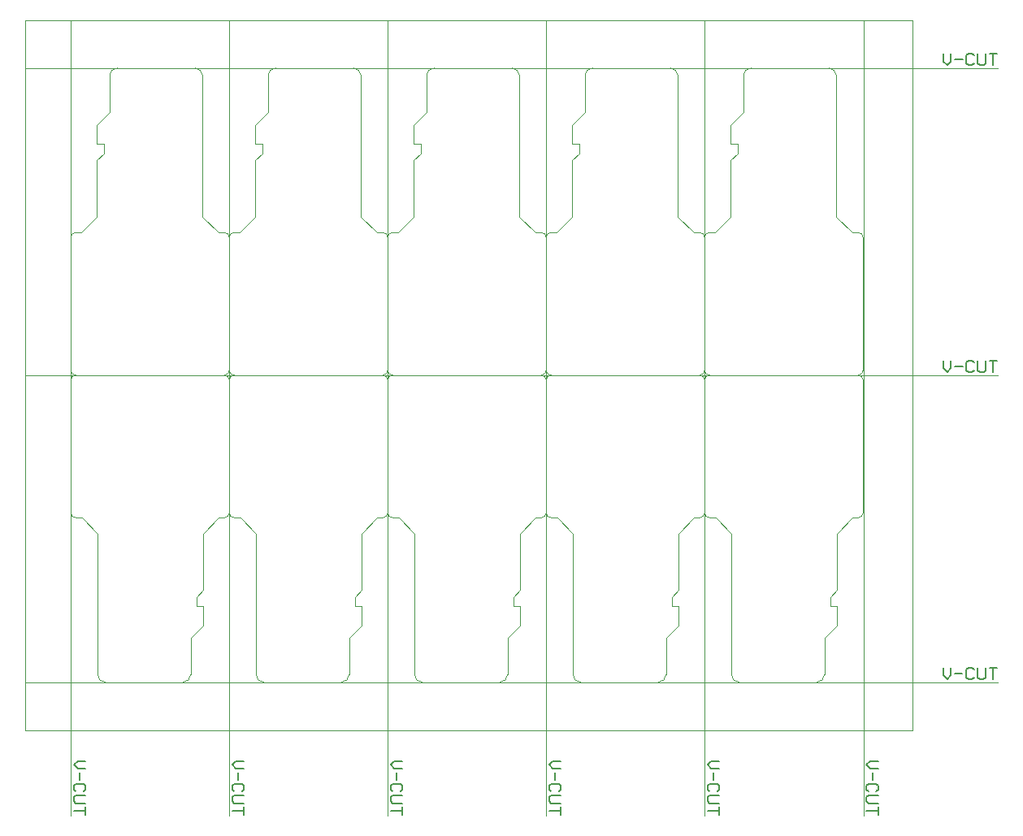
<source format=gko>
G04 Layer_Color=16711935*
%FSLAX44Y44*%
%MOMM*%
G71*
G01*
G75*
%ADD23C,0.2000*%
%ADD24C,0.1000*%
D23*
X63048Y-32000D02*
X55051D01*
X51052Y-35999D01*
X55051Y-39997D01*
X63048D01*
X57050Y-43996D02*
Y-51993D01*
X61049Y-63990D02*
X63048Y-61990D01*
Y-57992D01*
X61049Y-55992D01*
X53052D01*
X51052Y-57992D01*
Y-61990D01*
X53052Y-63990D01*
X63048Y-67988D02*
X53052D01*
X51052Y-69988D01*
Y-73986D01*
X53052Y-75986D01*
X63048D01*
Y-79984D02*
Y-87982D01*
Y-83983D01*
X51052D01*
X228048Y-32000D02*
X220051D01*
X216052Y-35999D01*
X220051Y-39997D01*
X228048D01*
X222050Y-43996D02*
Y-51993D01*
X226049Y-63990D02*
X228048Y-61990D01*
Y-57992D01*
X226049Y-55992D01*
X218051D01*
X216052Y-57992D01*
Y-61990D01*
X218051Y-63990D01*
X228048Y-67988D02*
X218051D01*
X216052Y-69988D01*
Y-73986D01*
X218051Y-75986D01*
X228048D01*
Y-79984D02*
Y-87982D01*
Y-83983D01*
X216052D01*
X393148Y-32000D02*
X385151D01*
X381152Y-35999D01*
X385151Y-39997D01*
X393148D01*
X387150Y-43996D02*
Y-51993D01*
X391149Y-63990D02*
X393148Y-61990D01*
Y-57992D01*
X391149Y-55992D01*
X383152D01*
X381152Y-57992D01*
Y-61990D01*
X383152Y-63990D01*
X393148Y-67988D02*
X383152D01*
X381152Y-69988D01*
Y-73986D01*
X383152Y-75986D01*
X393148D01*
Y-79984D02*
Y-87982D01*
Y-83983D01*
X381152D01*
X558248Y-32000D02*
X550251D01*
X546252Y-35999D01*
X550251Y-39997D01*
X558248D01*
X552250Y-43996D02*
Y-51993D01*
X556249Y-63990D02*
X558248Y-61990D01*
Y-57992D01*
X556249Y-55992D01*
X548251D01*
X546252Y-57992D01*
Y-61990D01*
X548251Y-63990D01*
X558248Y-67988D02*
X548251D01*
X546252Y-69988D01*
Y-73986D01*
X548251Y-75986D01*
X558248D01*
Y-79984D02*
Y-87982D01*
Y-83983D01*
X546252D01*
X723348Y-32000D02*
X715351D01*
X711352Y-35999D01*
X715351Y-39997D01*
X723348D01*
X717350Y-43996D02*
Y-51993D01*
X721349Y-63990D02*
X723348Y-61990D01*
Y-57992D01*
X721349Y-55992D01*
X713352D01*
X711352Y-57992D01*
Y-61990D01*
X713352Y-63990D01*
X723348Y-67988D02*
X713352D01*
X711352Y-69988D01*
Y-73986D01*
X713352Y-75986D01*
X723348D01*
Y-79984D02*
Y-87982D01*
Y-83983D01*
X711352D01*
X889048Y-32000D02*
X881051D01*
X877052Y-35999D01*
X881051Y-39997D01*
X889048D01*
X883050Y-43996D02*
Y-51993D01*
X887049Y-63990D02*
X889048Y-61990D01*
Y-57992D01*
X887049Y-55992D01*
X879052D01*
X877052Y-57992D01*
Y-61990D01*
X879052Y-63990D01*
X889048Y-67988D02*
X879052D01*
X877052Y-69988D01*
Y-73986D01*
X879052Y-75986D01*
X889048D01*
Y-79984D02*
Y-87982D01*
Y-83983D01*
X877052D01*
X957052Y385036D02*
Y377039D01*
X961051Y373040D01*
X965050Y377039D01*
Y385036D01*
X969048Y379038D02*
X977046D01*
X989042Y383037D02*
X987042Y385036D01*
X983044D01*
X981044Y383037D01*
Y375039D01*
X983044Y373040D01*
X987042D01*
X989042Y375039D01*
X993040Y385036D02*
Y375039D01*
X995040Y373040D01*
X999038D01*
X1001038Y375039D01*
Y385036D01*
X1005037D02*
X1013034D01*
X1009035D01*
Y373040D01*
X957052Y705036D02*
Y697039D01*
X961051Y693040D01*
X965050Y697039D01*
Y705036D01*
X969048Y699038D02*
X977046D01*
X989042Y703037D02*
X987042Y705036D01*
X983044D01*
X981044Y703037D01*
Y695039D01*
X983044Y693040D01*
X987042D01*
X989042Y695039D01*
X993040Y705036D02*
Y695039D01*
X995040Y693040D01*
X999038D01*
X1001038Y695039D01*
Y705036D01*
X1005037D02*
X1013034D01*
X1009035D01*
Y693040D01*
X957000Y64996D02*
Y56999D01*
X960999Y53000D01*
X964997Y56999D01*
Y64996D01*
X968996Y58998D02*
X976994D01*
X988990Y62997D02*
X986990Y64996D01*
X982992D01*
X980992Y62997D01*
Y54999D01*
X982992Y53000D01*
X986990D01*
X988990Y54999D01*
X992988Y64996D02*
Y54999D01*
X994988Y53000D01*
X998986D01*
X1000986Y54999D01*
Y64996D01*
X1004985D02*
X1012982D01*
X1008983D01*
Y53000D01*
D24*
X0Y740000D02*
X925052D01*
X48052Y-89000D02*
Y0D01*
X213052Y-89000D02*
Y0D01*
X378152Y-89000D02*
Y0D01*
X543252Y-89000D02*
Y0D01*
X708352Y-89000D02*
Y0D01*
X874052Y-89000D02*
Y0D01*
X0D02*
X925000D01*
X708352D02*
Y740000D01*
X543252Y0D02*
Y740000D01*
X378152Y0D02*
Y740000D01*
X213052Y0D02*
Y740000D01*
X925052Y370040D02*
X1014052D01*
X52Y370040D02*
X925052D01*
Y690040D02*
X1014052D01*
X925000Y50000D02*
X1014000D01*
X48052Y0D02*
Y740000D01*
X874052Y0D02*
Y740000D01*
X52Y690040D02*
X925052D01*
X0Y50000D02*
X925000D01*
X925052Y0D02*
Y740000D01*
X0Y0D02*
Y740000D01*
X47972Y375120D02*
G03*
X53052Y370040I5080J0D01*
G01*
X207992D02*
G03*
X213072Y375120I0J5080D01*
G01*
X96232Y690080D02*
G03*
X88232Y682080I0J-8000D01*
G01*
X185232D02*
G03*
X177232Y690080I-8000J0D01*
G01*
X53052Y518630D02*
G03*
X47972Y513550I0J-5080D01*
G01*
X213072D02*
G03*
X207992Y518630I-5080J0D01*
G01*
X53052Y370040D02*
X207992D01*
X47972Y375120D02*
Y390360D01*
X82232Y601080D02*
Y611080D01*
X185232Y535080D02*
Y682080D01*
X75232Y535080D02*
Y594080D01*
X96232Y690080D02*
X177232D01*
X88232Y643842D02*
Y682080D01*
X75232Y630842D02*
X88232Y643842D01*
X75232Y611080D02*
Y630842D01*
Y594080D02*
X82232Y601080D01*
X75232Y611080D02*
X82232D01*
X213072Y375120D02*
Y513550D01*
X201682Y518630D02*
X207992D01*
X47972Y390360D02*
Y513550D01*
X53052Y518630D02*
X58782D01*
X185232Y535080D02*
X201682Y518630D01*
X58782D02*
X75232Y535080D01*
X213072Y375120D02*
G03*
X218152Y370040I5080J0D01*
G01*
X373092D02*
G03*
X378172Y375120I0J5080D01*
G01*
X261332Y690080D02*
G03*
X253332Y682080I0J-8000D01*
G01*
X350332D02*
G03*
X342332Y690080I-8000J0D01*
G01*
X218152Y518630D02*
G03*
X213072Y513550I0J-5080D01*
G01*
X378172D02*
G03*
X373092Y518630I-5080J0D01*
G01*
X218152Y370040D02*
X373092D01*
X213072Y375120D02*
Y390360D01*
X247332Y601080D02*
Y611080D01*
X350332Y535080D02*
Y682080D01*
X240332Y535080D02*
Y594080D01*
X261332Y690080D02*
X342332D01*
X253332Y643842D02*
Y682080D01*
X240332Y630842D02*
X253332Y643842D01*
X240332Y611080D02*
Y630842D01*
Y594080D02*
X247332Y601080D01*
X240332Y611080D02*
X247332D01*
X378172Y375120D02*
Y513550D01*
X366782Y518630D02*
X373092D01*
X213072Y390360D02*
Y513550D01*
X218152Y518630D02*
X223882D01*
X350332Y535080D02*
X366782Y518630D01*
X223882D02*
X240332Y535080D01*
X378172Y375120D02*
G03*
X383252Y370040I5080J0D01*
G01*
X538192D02*
G03*
X543272Y375120I0J5080D01*
G01*
X426432Y690080D02*
G03*
X418432Y682080I0J-8000D01*
G01*
X515432D02*
G03*
X507432Y690080I-8000J0D01*
G01*
X383252Y518630D02*
G03*
X378172Y513550I0J-5080D01*
G01*
X543272D02*
G03*
X538192Y518630I-5080J0D01*
G01*
X383252Y370040D02*
X538192D01*
X378172Y375120D02*
Y390360D01*
X412432Y601080D02*
Y611080D01*
X515432Y535080D02*
Y682080D01*
X405432Y535080D02*
Y594080D01*
X426432Y690080D02*
X507432D01*
X418432Y643842D02*
Y682080D01*
X405432Y630842D02*
X418432Y643842D01*
X405432Y611080D02*
Y630842D01*
Y594080D02*
X412432Y601080D01*
X405432Y611080D02*
X412432D01*
X543272Y375120D02*
Y513550D01*
X531882Y518630D02*
X538192D01*
X378172Y390360D02*
Y513550D01*
X383252Y518630D02*
X388982D01*
X515432Y535080D02*
X531882Y518630D01*
X388982D02*
X405432Y535080D01*
X543272Y375120D02*
G03*
X548352Y370040I5080J0D01*
G01*
X703292D02*
G03*
X708372Y375120I0J5080D01*
G01*
X591532Y690080D02*
G03*
X583532Y682080I0J-8000D01*
G01*
X680532D02*
G03*
X672532Y690080I-8000J0D01*
G01*
X548352Y518630D02*
G03*
X543272Y513550I0J-5080D01*
G01*
X708372D02*
G03*
X703292Y518630I-5080J0D01*
G01*
X548352Y370040D02*
X703292D01*
X543272Y375120D02*
Y390360D01*
X577532Y601080D02*
Y611080D01*
X680532Y535080D02*
Y682080D01*
X570532Y535080D02*
Y594080D01*
X591532Y690080D02*
X672532D01*
X583532Y643842D02*
Y682080D01*
X570532Y630842D02*
X583532Y643842D01*
X570532Y611080D02*
Y630842D01*
Y594080D02*
X577532Y601080D01*
X570532Y611080D02*
X577532D01*
X708372Y375120D02*
Y513550D01*
X696982Y518630D02*
X703292D01*
X543272Y390360D02*
Y513550D01*
X548352Y518630D02*
X554082D01*
X680532Y535080D02*
X696982Y518630D01*
X554082D02*
X570532Y535080D01*
X708372Y375120D02*
G03*
X713452Y370040I5080J0D01*
G01*
X868392D02*
G03*
X873472Y375120I0J5080D01*
G01*
X756632Y690080D02*
G03*
X748632Y682080I0J-8000D01*
G01*
X845632D02*
G03*
X837632Y690080I-8000J0D01*
G01*
X713452Y518630D02*
G03*
X708372Y513550I0J-5080D01*
G01*
X873472D02*
G03*
X868392Y518630I-5080J0D01*
G01*
X713452Y370040D02*
X868392D01*
X708372Y375120D02*
Y390360D01*
X742632Y601080D02*
Y611080D01*
X845632Y535080D02*
Y682080D01*
X735632Y535080D02*
Y594080D01*
X756632Y690080D02*
X837632D01*
X748632Y643842D02*
Y682080D01*
X735632Y630842D02*
X748632Y643842D01*
X735632Y611080D02*
Y630842D01*
Y594080D02*
X742632Y601080D01*
X735632Y611080D02*
X742632D01*
X873472Y375120D02*
Y513550D01*
X862082Y518630D02*
X868392D01*
X708372Y390360D02*
Y513550D01*
X713452Y518630D02*
X719182D01*
X845632Y535080D02*
X862082Y518630D01*
X719182D02*
X735632Y535080D01*
X873472Y364960D02*
G03*
X868392Y370040I-5080J0D01*
G01*
X713452D02*
G03*
X708372Y364960I0J-5080D01*
G01*
X825212Y50000D02*
G03*
X833212Y58000I0J8000D01*
G01*
X736212D02*
G03*
X744212Y50000I8000J0D01*
G01*
X868392Y221450D02*
G03*
X873472Y226530I0J5080D01*
G01*
X708372D02*
G03*
X713452Y221450I5080J0D01*
G01*
X868392Y370040D02*
X713452D01*
X873472Y364960D02*
Y349720D01*
X839212Y139000D02*
Y129000D01*
X736212Y205000D02*
Y58000D01*
X846212Y205000D02*
Y146000D01*
X825212Y50000D02*
X744212D01*
X833212Y96238D02*
Y58000D01*
X846212Y109238D02*
X833212Y96238D01*
X846212Y129000D02*
Y109238D01*
Y146000D02*
X839212Y139000D01*
X846212Y129000D02*
X839212D01*
X708372Y364960D02*
Y226530D01*
X719762Y221450D02*
X713452D01*
X873472Y349720D02*
Y226530D01*
X868392Y221450D02*
X862662D01*
X736212Y205000D02*
X719762Y221450D01*
X862662D02*
X846212Y205000D01*
X708372Y364960D02*
G03*
X703292Y370040I-5080J0D01*
G01*
X548352D02*
G03*
X543272Y364960I0J-5080D01*
G01*
X660112Y50000D02*
G03*
X668112Y58000I0J8000D01*
G01*
X571112D02*
G03*
X579112Y50000I8000J0D01*
G01*
X703292Y221450D02*
G03*
X708372Y226530I0J5080D01*
G01*
X543272D02*
G03*
X548352Y221450I5080J0D01*
G01*
X703292Y370040D02*
X548352D01*
X708372Y364960D02*
Y349720D01*
X674112Y139000D02*
Y129000D01*
X571112Y205000D02*
Y58000D01*
X681112Y205000D02*
Y146000D01*
X660112Y50000D02*
X579112D01*
X668112Y96238D02*
Y58000D01*
X681112Y109238D02*
X668112Y96238D01*
X681112Y129000D02*
Y109238D01*
Y146000D02*
X674112Y139000D01*
X681112Y129000D02*
X674112D01*
X543272Y364960D02*
Y226530D01*
X554662Y221450D02*
X548352D01*
X708372Y349720D02*
Y226530D01*
X703292Y221450D02*
X697562D01*
X571112Y205000D02*
X554662Y221450D01*
X697562D02*
X681112Y205000D01*
X543272Y364960D02*
G03*
X538192Y370040I-5080J0D01*
G01*
X383252D02*
G03*
X378172Y364960I0J-5080D01*
G01*
X495012Y50000D02*
G03*
X503012Y58000I0J8000D01*
G01*
X406012D02*
G03*
X414012Y50000I8000J0D01*
G01*
X538192Y221450D02*
G03*
X543272Y226530I0J5080D01*
G01*
X378172D02*
G03*
X383252Y221450I5080J0D01*
G01*
X538192Y370040D02*
X383252D01*
X543272Y364960D02*
Y349720D01*
X509012Y139000D02*
Y129000D01*
X406012Y205000D02*
Y58000D01*
X516012Y205000D02*
Y146000D01*
X495012Y50000D02*
X414012D01*
X503012Y96238D02*
Y58000D01*
X516012Y109238D02*
X503012Y96238D01*
X516012Y129000D02*
Y109238D01*
Y146000D02*
X509012Y139000D01*
X516012Y129000D02*
X509012D01*
X378172Y364960D02*
Y226530D01*
X389562Y221450D02*
X383252D01*
X543272Y349720D02*
Y226530D01*
X538192Y221450D02*
X532462D01*
X406012Y205000D02*
X389562Y221450D01*
X532462D02*
X516012Y205000D01*
X378172Y364960D02*
G03*
X373092Y370040I-5080J0D01*
G01*
X218152D02*
G03*
X213072Y364960I0J-5080D01*
G01*
X329912Y50000D02*
G03*
X337912Y58000I0J8000D01*
G01*
X240912D02*
G03*
X248912Y50000I8000J0D01*
G01*
X373092Y221450D02*
G03*
X378172Y226530I0J5080D01*
G01*
X213072D02*
G03*
X218152Y221450I5080J0D01*
G01*
X373092Y370040D02*
X218152D01*
X378172Y364960D02*
Y349720D01*
X343912Y139000D02*
Y129000D01*
X240912Y205000D02*
Y58000D01*
X350912Y205000D02*
Y146000D01*
X329912Y50000D02*
X248912D01*
X337912Y96238D02*
Y58000D01*
X350912Y109238D02*
X337912Y96238D01*
X350912Y129000D02*
Y109238D01*
Y146000D02*
X343912Y139000D01*
X350912Y129000D02*
X343912D01*
X213072Y364960D02*
Y226530D01*
X224462Y221450D02*
X218152D01*
X378172Y349720D02*
Y226530D01*
X373092Y221450D02*
X367362D01*
X240912Y205000D02*
X224462Y221450D01*
X367362D02*
X350912Y205000D01*
X213072Y364960D02*
G03*
X207992Y370040I-5080J0D01*
G01*
X53052D02*
G03*
X47972Y364960I0J-5080D01*
G01*
X164812Y50000D02*
G03*
X172812Y58000I0J8000D01*
G01*
X75812D02*
G03*
X83812Y50000I8000J0D01*
G01*
X207992Y221450D02*
G03*
X213072Y226530I0J5080D01*
G01*
X47972D02*
G03*
X53052Y221450I5080J0D01*
G01*
X207992Y370040D02*
X53052D01*
X213072Y364960D02*
Y349720D01*
X178812Y139000D02*
Y129000D01*
X75812Y205000D02*
Y58000D01*
X185812Y205000D02*
Y146000D01*
X164812Y50000D02*
X83812D01*
X172812Y96238D02*
Y58000D01*
X185812Y109238D02*
X172812Y96238D01*
X185812Y129000D02*
Y109238D01*
Y146000D02*
X178812Y139000D01*
X185812Y129000D02*
X178812D01*
X47972Y364960D02*
Y226530D01*
X59362Y221450D02*
X53052D01*
X213072Y349720D02*
Y226530D01*
X207992Y221450D02*
X202262D01*
X75812Y205000D02*
X59362Y221450D01*
X202262D02*
X185812Y205000D01*
M02*

</source>
